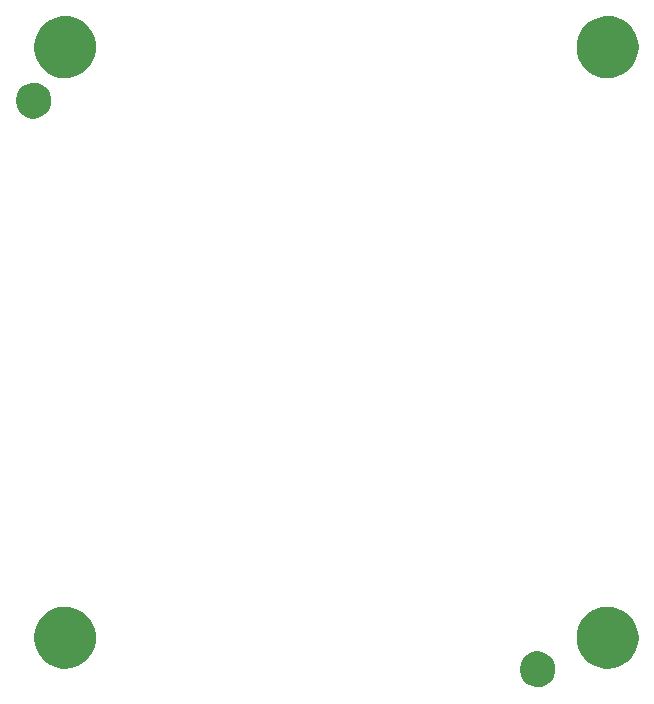
<source format=gko>
G04*
G04 #@! TF.GenerationSoftware,Altium Limited,Altium Designer,19.0.10 (269)*
G04*
G04 Layer_Color=16711935*
%FSLAX25Y25*%
%MOIN*%
G70*
G01*
G75*
%ADD72C,0.10500*%
%ADD73C,0.06000*%
D72*
X575866Y216535D02*
X575764Y217542D01*
X575461Y218507D01*
X574970Y219392D01*
X574311Y220159D01*
X573511Y220779D01*
X572603Y221224D01*
X571623Y221478D01*
X570613Y221529D01*
X569613Y221376D01*
X568664Y221024D01*
X567806Y220489D01*
X567072Y219792D01*
X566494Y218962D01*
X566095Y218032D01*
X565892Y217041D01*
Y216030D01*
X566095Y215039D01*
X566494Y214109D01*
X567072Y213279D01*
X567806Y212582D01*
X568664Y212046D01*
X569613Y211695D01*
X570613Y211542D01*
X571623Y211593D01*
X572603Y211847D01*
X573511Y212292D01*
X574311Y212912D01*
X574970Y213679D01*
X575461Y214564D01*
X575764Y215529D01*
X575866Y216535D01*
Y413386D02*
X575764Y414392D01*
X575461Y415358D01*
X574970Y416242D01*
X574311Y417010D01*
X573511Y417629D01*
X572603Y418075D01*
X571623Y418328D01*
X570613Y418379D01*
X569613Y418226D01*
X568664Y417875D01*
X567806Y417340D01*
X567072Y416643D01*
X566494Y415812D01*
X566095Y414883D01*
X565892Y413892D01*
Y412880D01*
X566095Y411889D01*
X566494Y410959D01*
X567072Y410129D01*
X567806Y409432D01*
X568664Y408897D01*
X569613Y408545D01*
X570613Y408392D01*
X571623Y408443D01*
X572603Y408697D01*
X573511Y409143D01*
X574311Y409762D01*
X574970Y410530D01*
X575461Y411414D01*
X575764Y412379D01*
X575866Y413386D01*
X395035Y216535D02*
X394933Y217542D01*
X394630Y218507D01*
X394139Y219392D01*
X393480Y220159D01*
X392680Y220779D01*
X391772Y221224D01*
X390793Y221478D01*
X389782Y221529D01*
X388782Y221376D01*
X387833Y221024D01*
X386975Y220489D01*
X386242Y219792D01*
X385664Y218962D01*
X385265Y218032D01*
X385061Y217041D01*
Y216030D01*
X385265Y215039D01*
X385664Y214109D01*
X386242Y213279D01*
X386975Y212582D01*
X387833Y212046D01*
X388782Y211695D01*
X389782Y211542D01*
X390793Y211593D01*
X391772Y211847D01*
X392680Y212292D01*
X393480Y212912D01*
X394139Y213679D01*
X394630Y214564D01*
X394933Y215529D01*
X395035Y216535D01*
Y413386D02*
X394933Y414392D01*
X394630Y415358D01*
X394139Y416242D01*
X393480Y417010D01*
X392680Y417629D01*
X391772Y418075D01*
X390793Y418328D01*
X389782Y418379D01*
X388782Y418226D01*
X387833Y417875D01*
X386975Y417340D01*
X386242Y416643D01*
X385664Y415812D01*
X385265Y414883D01*
X385061Y413892D01*
Y412880D01*
X385265Y411889D01*
X385664Y410959D01*
X386242Y410129D01*
X386975Y409432D01*
X387833Y408897D01*
X388782Y408545D01*
X389782Y408392D01*
X390793Y408443D01*
X391772Y408697D01*
X392680Y409143D01*
X393480Y409762D01*
X394139Y410530D01*
X394630Y411414D01*
X394933Y412379D01*
X395035Y413386D01*
D73*
X550500Y206000D02*
X550337Y206974D01*
X549867Y207843D01*
X549141Y208511D01*
X548237Y208908D01*
X547252Y208990D01*
X546295Y208747D01*
X545468Y208207D01*
X544862Y207428D01*
X544541Y206494D01*
Y205506D01*
X544862Y204572D01*
X545468Y203793D01*
X546295Y203253D01*
X547252Y203010D01*
X548237Y203092D01*
X549141Y203488D01*
X549867Y204157D01*
X550337Y205026D01*
X550500Y206000D01*
X382500Y395500D02*
X382337Y396474D01*
X381867Y397343D01*
X381141Y398011D01*
X380237Y398408D01*
X379252Y398490D01*
X378295Y398247D01*
X377468Y397707D01*
X376862Y396928D01*
X376541Y395994D01*
Y395006D01*
X376862Y394072D01*
X377468Y393293D01*
X378295Y392753D01*
X379252Y392510D01*
X380237Y392592D01*
X381141Y392988D01*
X381867Y393657D01*
X382337Y394526D01*
X382500Y395500D01*
M02*

</source>
